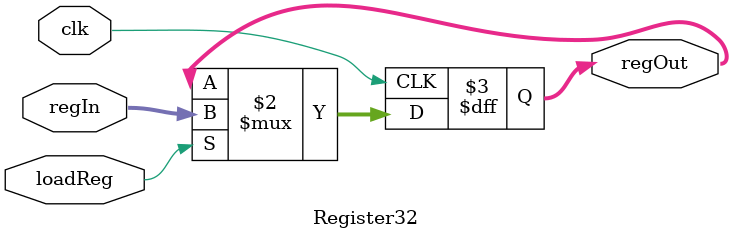
<source format=v>
`timescale 1ns / 1ps


module Register32(
        input [31:0] regIn,
        input loadReg, clk,
        output reg [31:0] regOut
    );
    
always @ ( posedge clk)
begin
    regOut = loadReg ? regIn : regOut; 
end
endmodule

</source>
